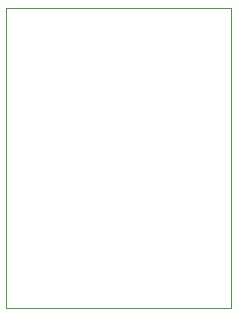
<source format=gbr>
%TF.GenerationSoftware,KiCad,Pcbnew,(5.1.8)-1*%
%TF.CreationDate,2021-01-16T14:03:11-05:00*%
%TF.ProjectId,electronics-li-ion-charger,656c6563-7472-46f6-9e69-63732d6c692d,rev?*%
%TF.SameCoordinates,Original*%
%TF.FileFunction,Profile,NP*%
%FSLAX46Y46*%
G04 Gerber Fmt 4.6, Leading zero omitted, Abs format (unit mm)*
G04 Created by KiCad (PCBNEW (5.1.8)-1) date 2021-01-16 14:03:11*
%MOMM*%
%LPD*%
G01*
G04 APERTURE LIST*
%TA.AperFunction,Profile*%
%ADD10C,0.100000*%
%TD*%
G04 APERTURE END LIST*
D10*
X146050000Y-88900000D02*
X146050000Y-114300000D01*
X127000000Y-88900000D02*
X146050000Y-88900000D01*
X127000000Y-114300000D02*
X127000000Y-88900000D01*
X146050000Y-114300000D02*
X127000000Y-114300000D01*
M02*

</source>
